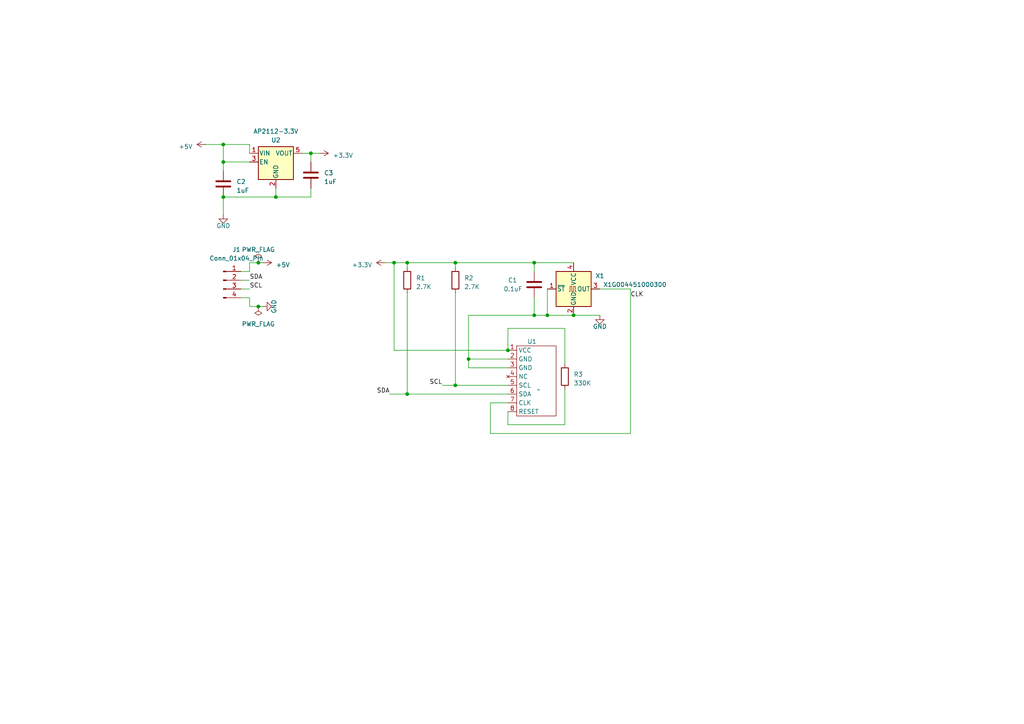
<source format=kicad_sch>
(kicad_sch (version 20230121) (generator eeschema)
  (paper "A4")
  (lib_symbols
    (symbol "Connector:Conn_01x04_Pin" (pin_names (offset 1.016) hide)
      (property "Reference" "J" (at 0 5.08 0))
      (property "Value" "Conn_01x04_Pin" (at 0 -7.62 0))
      (symbol "Conn_01x04_Pin_1_1"
        (polyline (pts (xy 1.27 -5.08) (xy 0.8636 -5.08)) (stroke (width 0.1524)))
        (polyline (pts (xy 1.27 -2.54) (xy 0.8636 -2.54)) (stroke (width 0.1524)))
        (polyline (pts (xy 1.27 0) (xy 0.8636 0)) (stroke (width 0.1524)))
        (polyline (pts (xy 1.27 2.54) (xy 0.8636 2.54)) (stroke (width 0.1524)))
        (rectangle (start 0.8636 -4.953) (end 0 -5.207) (stroke (width 0.1524)) (fill (type outline)))
        (rectangle (start 0.8636 -2.413) (end 0 -2.667) (stroke (width 0.1524)) (fill (type outline)))
        (rectangle (start 0.8636 0.127) (end 0 -0.127) (stroke (width 0.1524)) (fill (type outline)))
        (rectangle (start 0.8636 2.667) (end 0 2.413) (stroke (width 0.1524)) (fill (type outline)))
        (pin passive line (at 5.08 2.54 180) (length 3.81) (name "Pin_1") (number "1"))
        (pin passive line (at 5.08 0 180) (length 3.81) (name "Pin_2") (number "2"))
        (pin passive line (at 5.08 -2.54 180) (length 3.81) (name "Pin_3") (number "3"))
        (pin passive line (at 5.08 -5.08 180) (length 3.81) (name "Pin_4") (number "4"))
      )
    )
    (symbol "Device:C" (pin_numbers hide) (pin_names (offset 0.254))
      (property "Reference" "C" (at 0.635 2.54 0))
      (property "Value" "C" (at 0.635 -2.54 0))
      (symbol "C_0_1"
        (polyline (pts (xy -2.032 -0.762) (xy 2.032 -0.762)) (stroke (width 0.508)))
        (polyline (pts (xy -2.032 0.762) (xy 2.032 0.762)) (stroke (width 0.508)))
      )
      (symbol "C_1_1"
        (pin passive line (at 0 3.81 270) (length 2.794) (name "~") (number "1"))
        (pin passive line (at 0 -3.81 90) (length 2.794) (name "~") (number "2"))
      )
    )
    (symbol "Device:R" (pin_numbers hide) (pin_names (offset 0))
      (property "Reference" "R" (at 2.032 0 90))
      (property "Value" "R" (at 0 0 90))
      (symbol "R_0_1"
        (rectangle (start -1.016 -2.54) (end 1.016 2.54) (stroke (width 0.254)))
      )
      (symbol "R_1_1"
        (pin passive line (at 0 3.81 270) (length 1.27) (name "~") (number "1"))
        (pin passive line (at 0 -3.81 90) (length 1.27) (name "~") (number "2"))
      )
    )
    (symbol "Oscillator:SG-5032CAN" (pin_names (offset 0.254))
      (property "Reference" "X" (at -5.08 6.35 0))
      (property "Value" "SG-5032CAN" (at 1.27 -6.35 0))
      (symbol "SG-5032CAN_0_1"
        (rectangle (start -5.08 5.08) (end 5.08 -5.08) (stroke (width 0.254)) (fill (type background)))
        (polyline (pts (xy -1.27 -0.762) (xy -1.016 -0.762) (xy -1.016 0.762) (xy -0.508 0.762) (xy -0.508 -0.762) (xy 0 -0.762) (xy 0 0.762) (xy 0.508 0.762) (xy 0.508 -0.762) (xy 0.762 -0.762)))
      )
      (symbol "SG-5032CAN_1_1"
        (pin input line (at -7.62 0 0) (length 2.54) (name "~{ST}") (number "1"))
        (pin power_in line (at 0 -7.62 90) (length 2.54) (name "GND") (number "2"))
        (pin output line (at 7.62 0 180) (length 2.54) (name "OUT") (number "3"))
        (pin power_in line (at 0 7.62 270) (length 2.54) (name "VCC") (number "4"))
      )
    )
    (symbol "Regulator_Linear:AP2112K-3.3" (pin_names (offset 0.254))
      (property "Reference" "U" (at -5.08 5.715 0))
      (property "Value" "AP2112K-3.3" (at 0 5.715 0))
      (symbol "AP2112K-3.3_0_1"
        (rectangle (start -5.08 4.445) (end 5.08 -5.08) (stroke (width 0.254)) (fill (type background)))
      )
      (symbol "AP2112K-3.3_1_1"
        (pin power_in line (at -7.62 2.54 0) (length 2.54) (name "VIN") (number "1"))
        (pin power_in line (at 0 -7.62 90) (length 2.54) (name "GND") (number "2"))
        (pin input line (at -7.62 0 0) (length 2.54) (name "EN") (number "3"))
        (pin no_connect line (at 5.08 0 180) (length 2.54) hide (name "NC") (number "4"))
        (pin power_out line (at 7.62 2.54 180) (length 2.54) (name "VOUT") (number "5"))
      )
    )
    (symbol "power:+3.3V" (power) (pin_names (offset 0))
      (property "Value" "+3.3V" (at 0 3.556 0))
      (symbol "+3.3V_0_1"
        (polyline (pts (xy -0.762 1.27) (xy 0 2.54)))
        (polyline (pts (xy 0 0) (xy 0 2.54)))
        (polyline (pts (xy 0 2.54) (xy 0.762 1.27)))
      )
      (symbol "+3.3V_1_1"
        (pin power_in line (at 0 0 90) (length 0) hide (name "+3.3V") (number "1"))
      )
    )
    (symbol "power:+5V" (power) (pin_names (offset 0))
      (property "Value" "+5V" (at 0 3.556 0))
      (symbol "+5V_0_1"
        (polyline (pts (xy -0.762 1.27) (xy 0 2.54)))
        (polyline (pts (xy 0 0) (xy 0 2.54)))
        (polyline (pts (xy 0 2.54) (xy 0.762 1.27)))
      )
      (symbol "+5V_1_1"
        (pin power_in line (at 0 0 90) (length 0) hide (name "+5V") (number "1"))
      )
    )
    (symbol "power:GND" (power) (pin_names (offset 0))
      (property "Value" "GND" (at 0 -3.81 0))
      (symbol "GND_0_1"
        (polyline (pts (xy 0 0) (xy 0 -1.27) (xy 1.27 -1.27) (xy 0 -2.54) (xy -1.27 -1.27) (xy 0 -1.27)))
      )
      (symbol "GND_1_1"
        (pin power_in line (at 0 0 270) (length 0) hide (name "GND") (number "1"))
      )
    )
    (symbol "power:PWR_FLAG" (power) (pin_numbers hide) (pin_names (offset 0) hide)
      (property "Value" "PWR_FLAG" (at 0 3.81 0))
      (symbol "PWR_FLAG_0_0"
        (pin power_out line (at 0 0 90) (length 0) (name "pwr") (number "1"))
      )
      (symbol "PWR_FLAG_0_1"
        (polyline (pts (xy 0 0) (xy 0 1.27) (xy -1.016 1.905) (xy 0 2.54) (xy 1.016 1.905) (xy 0 1.27)))
      )
    )
    (symbol "wiimote_ir_camera:Wiimote_IR_Camera" (pin_names (offset 0.5))
      (property "Reference" "U" (at 0 13.97 0))
      (symbol "Wiimote_IR_Camera_0_1"
        (rectangle (start -6.35 12.7) (end 5.08 -7.62))
      )
      (symbol "Wiimote_IR_Camera_1_1"
        (pin power_in line (at -8.89 11.43 0) (length 2.54) (name "VCC") (number "1"))
        (pin power_in line (at -8.89 8.89 0) (length 2.54) (name "GND") (number "2"))
        (pin power_in line (at -8.89 6.35 0) (length 2.54) (name "GND") (number "3"))
        (pin no_connect line (at -8.89 3.81 0) (length 2.54) (name "NC") (number "4"))
        (pin bidirectional line (at -8.89 1.27 0) (length 2.54) (name "SCL") (number "5"))
        (pin bidirectional line (at -8.89 -1.27 0) (length 2.54) (name "SDA") (number "6"))
        (pin bidirectional line (at -8.89 -3.81 0) (length 2.54) (name "CLK") (number "7"))
        (pin bidirectional line (at -8.89 -6.35 0) (length 2.54) (name "RESET") (number "8"))
      )
    )
  )
  (junction (at 74.93 88.9))
  (junction (at 64.77 46.99))
  (junction (at 147.32 101.6))
  (junction (at 135.89 104.14))
  (junction (at 74.93 76.2))
  (junction (at 158.75 91.44))
  (junction (at 154.94 76.2))
  (junction (at 132.08 76.2))
  (junction (at 132.08 111.76))
  (junction (at 80.01 57.15))
  (junction (at 90.17 44.45))
  (junction (at 154.94 91.44))
  (junction (at 64.77 41.91))
  (junction (at 118.11 76.2))
  (junction (at 166.37 91.44))
  (junction (at 118.11 114.3))
  (junction (at 64.77 57.15))
  (junction (at 114.3 76.2))
  (wire (pts (xy 72.39 78.74) (xy 72.39 76.2)))
  (wire (pts (xy 118.11 76.2) (xy 118.11 77.47)))
  (wire (pts (xy 154.94 86.36) (xy 154.94 91.44)))
  (wire (pts (xy 114.3 76.2) (xy 114.3 101.6)))
  (wire (pts (xy 64.77 46.99) (xy 64.77 49.53)))
  (wire (pts (xy 142.24 116.84) (xy 147.32 116.84)))
  (wire (pts (xy 90.17 44.45) (xy 90.17 46.99)))
  (wire (pts (xy 74.93 76.2) (xy 76.2 76.2)))
  (wire (pts (xy 135.89 91.44) (xy 154.94 91.44)))
  (wire (pts (xy 80.01 54.61) (xy 80.01 57.15)))
  (wire (pts (xy 114.3 101.6) (xy 147.32 101.6)))
  (wire (pts (xy 90.17 54.61) (xy 90.17 57.15)))
  (wire (pts (xy 69.85 78.74) (xy 72.39 78.74)))
  (wire (pts (xy 182.88 125.73) (xy 142.24 125.73)))
  (wire (pts (xy 64.77 57.15) (xy 64.77 62.23)))
  (wire (pts (xy 111.76 76.2) (xy 114.3 76.2)))
  (wire (pts (xy 72.39 86.36) (xy 72.39 88.9)))
  (wire (pts (xy 154.94 91.44) (xy 158.75 91.44)))
  (wire (pts (xy 163.83 95.25) (xy 163.83 105.41)))
  (wire (pts (xy 154.94 76.2) (xy 166.37 76.2)))
  (wire (pts (xy 74.93 88.9) (xy 76.2 88.9)))
  (wire (pts (xy 69.85 83.82) (xy 72.39 83.82)))
  (wire (pts (xy 163.83 123.19) (xy 147.32 123.19)))
  (wire (pts (xy 114.3 76.2) (xy 118.11 76.2)))
  (wire (pts (xy 132.08 111.76) (xy 147.32 111.76)))
  (wire (pts (xy 135.89 104.14) (xy 135.89 91.44)))
  (wire (pts (xy 158.75 91.44) (xy 166.37 91.44)))
  (wire (pts (xy 72.39 44.45) (xy 72.39 41.91)))
  (wire (pts (xy 147.32 95.25) (xy 147.32 101.6)))
  (wire (pts (xy 182.88 83.82) (xy 182.88 125.73)))
  (wire (pts (xy 158.75 83.82) (xy 158.75 91.44)))
  (wire (pts (xy 166.37 91.44) (xy 173.99 91.44)))
  (wire (pts (xy 72.39 76.2) (xy 74.93 76.2)))
  (wire (pts (xy 132.08 76.2) (xy 154.94 76.2)))
  (wire (pts (xy 128.27 111.76) (xy 132.08 111.76)))
  (wire (pts (xy 69.85 81.28) (xy 72.39 81.28)))
  (wire (pts (xy 64.77 46.99) (xy 72.39 46.99)))
  (wire (pts (xy 69.85 86.36) (xy 72.39 86.36)))
  (wire (pts (xy 132.08 76.2) (xy 132.08 77.47)))
  (wire (pts (xy 118.11 85.09) (xy 118.11 114.3)))
  (wire (pts (xy 173.99 83.82) (xy 182.88 83.82)))
  (wire (pts (xy 118.11 76.2) (xy 132.08 76.2)))
  (wire (pts (xy 80.01 57.15) (xy 64.77 57.15)))
  (wire (pts (xy 163.83 113.03) (xy 163.83 123.19)))
  (wire (pts (xy 72.39 88.9) (xy 74.93 88.9)))
  (wire (pts (xy 135.89 104.14) (xy 147.32 104.14)))
  (wire (pts (xy 59.69 41.91) (xy 64.77 41.91)))
  (wire (pts (xy 147.32 119.38) (xy 147.32 123.19)))
  (wire (pts (xy 64.77 41.91) (xy 72.39 41.91)))
  (wire (pts (xy 118.11 114.3) (xy 147.32 114.3)))
  (wire (pts (xy 90.17 57.15) (xy 80.01 57.15)))
  (wire (pts (xy 154.94 76.2) (xy 154.94 78.74)))
  (wire (pts (xy 90.17 44.45) (xy 92.71 44.45)))
  (wire (pts (xy 135.89 106.68) (xy 135.89 104.14)))
  (wire (pts (xy 64.77 41.91) (xy 64.77 46.99)))
  (wire (pts (xy 132.08 111.76) (xy 132.08 85.09)))
  (wire (pts (xy 142.24 125.73) (xy 142.24 116.84)))
  (wire (pts (xy 147.32 106.68) (xy 135.89 106.68)))
  (wire (pts (xy 87.63 44.45) (xy 90.17 44.45)))
  (wire (pts (xy 113.03 114.3) (xy 118.11 114.3)))
  (wire (pts (xy 147.32 95.25) (xy 163.83 95.25)))
  (label "SDA" (at 113.03 114.3 180))
  (label "SDA" (at 72.39 81.28 0))
  (label "SCL" (at 72.39 83.82 0))
  (label "CLK" (at 182.88 86.36 0))
  (label "SCL" (at 128.27 111.76 180))
  (symbol (lib_id "Device:C") (at 90.17 50.8 0) (unit 1)
    (property "Reference" "C3" (at 93.98 50.165 0) (effects (justify left)))
    (property "Value" "1uF" (at 93.98 52.705 0) (effects (justify left)))
    (property "Footprint" "Capacitor_SMD:C_0603_1608Metric_Pad1.08x0.95mm_HandSolder" (effects hide))
  )
  (symbol (lib_id "power:PWR_FLAG") (at 74.93 88.9 180) (unit 1)
    (property "Reference" "#FLG02" (effects hide))
    (property "Value" "PWR_FLAG" (at 74.93 93.98 0))
  )
  (symbol (lib_id "power:+5V") (at 76.2 76.2 270) (unit 1)
    (property "Reference" "#PWR03" (effects hide))
    (property "Value" "+5V" (at 80.01 76.835 90) (effects (justify left)))
  )
  (symbol (lib_id "Connector:Conn_01x04_Pin") (at 64.77 81.28 0) (unit 1)
    (property "Reference" "J1" (at 68.58 72.39 0))
    (property "Value" "Conn_01x04_Pin" (at 68.58 74.93 0))
    (property "Footprint" "Connector_PinHeader_2.54mm:PinHeader_1x04_P2.54mm_Vertical" (effects hide))
  )
  (symbol (lib_id "power:+3.3V") (at 92.71 44.45 270) (unit 1)
    (property "Reference" "#PWR01" (effects hide))
    (property "Value" "+3.3V" (at 96.52 45.085 90) (effects (justify left)))
  )
  (symbol (lib_id "Device:C") (at 64.77 53.34 0) (unit 1)
    (property "Reference" "C2" (at 68.58 52.705 0) (effects (justify left)))
    (property "Value" "1uF" (at 68.58 55.245 0) (effects (justify left)))
    (property "Footprint" "Capacitor_SMD:C_0603_1608Metric_Pad1.08x0.95mm_HandSolder" (effects hide))
  )
  (symbol (lib_id "Device:R") (at 163.83 109.22 0) (unit 1)
    (property "Reference" "R3" (at 166.37 108.585 0) (effects (justify left)))
    (property "Value" "330K" (at 166.37 111.125 0) (effects (justify left)))
    (property "Footprint" "Resistor_SMD:R_0603_1608Metric_Pad0.98x0.95mm_HandSolder" (effects hide))
  )
  (symbol (lib_id "power:GND") (at 64.77 62.23 0) (unit 1)
    (property "Reference" "#GND01" (effects hide))
    (property "Value" "GND" (at 64.77 64.77 0) (effects (justify top)))
  )
  (symbol (lib_id "Device:R") (at 118.11 81.28 0) (unit 1)
    (property "Reference" "R1" (at 120.65 80.645 0) (effects (justify left)))
    (property "Value" "2.7K" (at 120.65 83.185 0) (effects (justify left)))
    (property "Footprint" "Resistor_SMD:R_0603_1608Metric_Pad0.98x0.95mm_HandSolder" (effects hide))
  )
  (symbol (lib_id "power:+3.3V") (at 111.76 76.2 90) (unit 1)
    (property "Reference" "#PWR04" (effects hide))
    (property "Value" "+3.3V" (at 107.95 76.835 90) (effects (justify left)))
  )
  (symbol (lib_id "power:PWR_FLAG") (at 74.93 76.2 0) (unit 1)
    (property "Reference" "#FLG01" (effects hide))
    (property "Value" "PWR_FLAG" (at 74.93 72.39 0))
  )
  (symbol (lib_id "Device:R") (at 132.08 81.28 180) (unit 1)
    (property "Reference" "R2" (at 134.62 80.645 0) (effects (justify right)))
    (property "Value" "2.7K" (at 134.62 83.185 0) (effects (justify right)))
    (property "Footprint" "Resistor_SMD:R_0603_1608Metric_Pad0.98x0.95mm_HandSolder" (effects hide))
  )
  (symbol (lib_id "power:+5V") (at 59.69 41.91 90) (unit 1)
    (property "Reference" "#PWR02" (effects hide))
    (property "Value" "+5V" (at 55.88 42.545 90) (effects (justify left)))
  )
  (symbol (lib_id "wiimote_ir_camera:Wiimote_IR_Camera") (at 156.21 113.03 0) (unit 1)
    (property "Reference" "U1" (at 154.305 99.06 0))
    (property "Value" "~" (at 156.21 113.03 0))
    (property "Footprint" "GUN4IR:wiimote-pixart-camera" (effects hide))
  )
  (symbol (lib_id "Regulator_Linear:AP2112K-3.3") (at 80.01 46.99 0) (unit 1)
    (property "Reference" "U2" (at 80.01 40.64 0))
    (property "Value" "AP2112-3.3V" (at 80.01 38.1 0))
    (property "Footprint" "Package_TO_SOT_SMD:SOT-23-5" (effects hide))
    (property "Datasheet" "https://www.diodes.com/assets/Datasheets/AP2112.pdf" (effects hide))
  )
  (symbol (lib_id "Oscillator:SG-5032CAN") (at 166.37 83.82 0) (unit 1)
    (property "Reference" "X1" (at 173.99 80.01 0))
    (property "Value" "X1G004451000300" (at 184.15 82.55 0))
    (property "Footprint" "Oscillator:Oscillator_SMD_SeikoEpson_SG8002LB-4Pin_5.0x3.2mm" (effects hide))
    (property "Datasheet" "https://support.epson.biz/td/api/doc_check.php?dl=brief_SG5032CAN&lang=en" (effects hide))
  )
  (symbol (lib_id "Device:C") (at 154.94 82.55 0) (unit 1)
    (property "Reference" "C1" (at 147.32 81.28 0) (effects (justify left)))
    (property "Value" "0.1uF" (at 146.05 83.82 0) (effects (justify left)))
    (property "Footprint" "Capacitor_SMD:C_0603_1608Metric_Pad1.08x0.95mm_HandSolder" (effects hide))
  )
  (symbol (lib_id "power:GND") (at 173.99 91.44 0) (unit 1)
    (property "Reference" "#GND02" (effects hide))
    (property "Value" "GND" (at 173.99 93.98 0) (effects (justify top)))
  )
  (symbol (lib_id "power:GND") (at 76.2 88.9 90) (unit 1)
    (property "Reference" "#GND03" (effects hide))
    (property "Value" "GND" (at 78.74 88.9 0) (effects (justify top)))
  )
)
</source>
